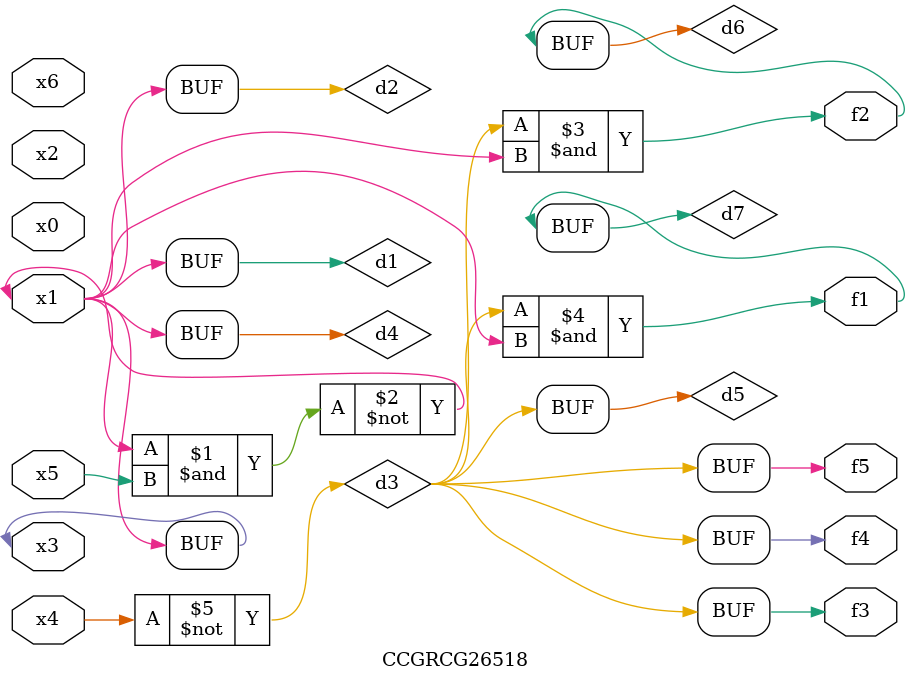
<source format=v>
module CCGRCG26518(
	input x0, x1, x2, x3, x4, x5, x6,
	output f1, f2, f3, f4, f5
);

	wire d1, d2, d3, d4, d5, d6, d7;

	buf (d1, x1, x3);
	nand (d2, x1, x5);
	not (d3, x4);
	buf (d4, d1, d2);
	buf (d5, d3);
	and (d6, d3, d4);
	and (d7, d3, d4);
	assign f1 = d7;
	assign f2 = d6;
	assign f3 = d5;
	assign f4 = d5;
	assign f5 = d5;
endmodule

</source>
